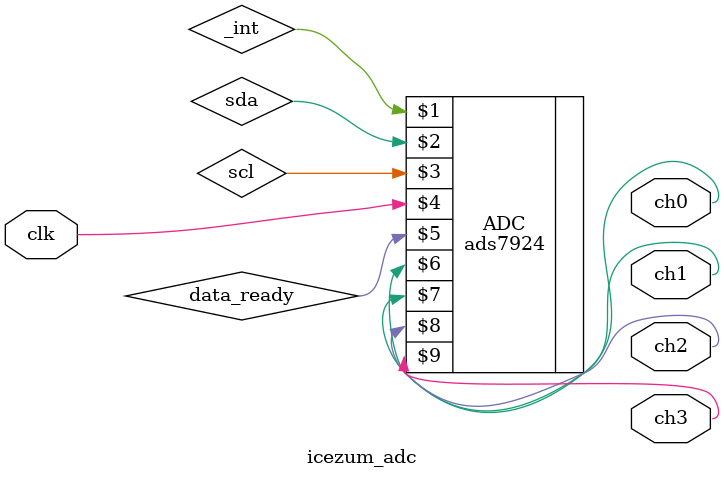
<source format=v>
`ifndef _icezum_adc_v
`define _icezum_adc_v



`include "../ads7924/ads7924.v"

module icezum_adc(ch0,ch1,ch2,ch3,clk);

  input clk;
  output ch0, ch1, ch2, ch3;

  wire data_ready, _int, sda, scl;

  ads7924 ADC(_int, sda, scl, clk, data_ready, ch0, ch1, ch2, ch3);


endmodule

`endif

</source>
